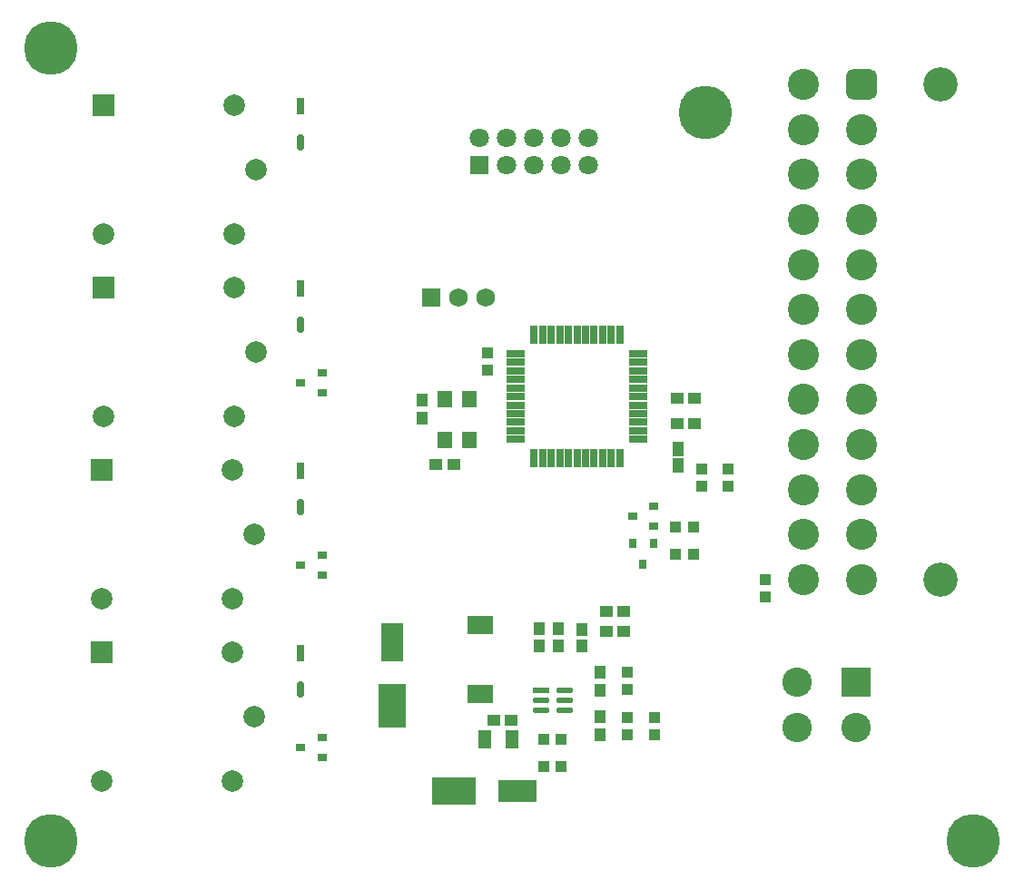
<source format=gbr>
%TF.GenerationSoftware,Altium Limited,Altium Designer,25.3.3 (18)*%
G04 Layer_Color=8388736*
%FSLAX45Y45*%
%MOMM*%
%TF.SameCoordinates,ACD2DE35-000D-4175-8758-006393140AE5*%
%TF.FilePolarity,Negative*%
%TF.FileFunction,Soldermask,Top*%
%TF.Part,Single*%
G01*
G75*
%TA.AperFunction,SMDPad,CuDef*%
%ADD12R,1.15443X1.70620*%
%ADD15R,1.01213X1.15814*%
%ADD16R,1.05822X1.30606*%
%ADD17R,1.15814X1.01213*%
G04:AMPARAMS|DCode=18|XSize=1.55439mm|YSize=0.57213mm|CornerRadius=0.28606mm|HoleSize=0mm|Usage=FLASHONLY|Rotation=0.000|XOffset=0mm|YOffset=0mm|HoleType=Round|Shape=RoundedRectangle|*
%AMROUNDEDRECTD18*
21,1,1.55439,0.00000,0,0,0.0*
21,1,0.98226,0.57213,0,0,0.0*
1,1,0.57213,0.49113,0.00000*
1,1,0.57213,-0.49113,0.00000*
1,1,0.57213,-0.49113,0.00000*
1,1,0.57213,0.49113,0.00000*
%
%ADD18ROUNDEDRECTD18*%
%ADD19R,1.55439X0.57213*%
%ADD22R,0.90000X0.80000*%
%ADD23R,1.06213X1.13504*%
%ADD24R,1.13504X1.06213*%
%ADD25R,0.80000X0.90000*%
G04:AMPARAMS|DCode=26|XSize=1.55748mm|YSize=0.74248mm|CornerRadius=0.37124mm|HoleSize=0mm|Usage=FLASHONLY|Rotation=270.000|XOffset=0mm|YOffset=0mm|HoleType=Round|Shape=RoundedRectangle|*
%AMROUNDEDRECTD26*
21,1,1.55748,0.00000,0,0,270.0*
21,1,0.81501,0.74248,0,0,270.0*
1,1,0.74247,0.00000,-0.40750*
1,1,0.74247,0.00000,0.40750*
1,1,0.74247,0.00000,0.40750*
1,1,0.74247,0.00000,-0.40750*
%
%ADD26ROUNDEDRECTD26*%
%ADD27R,0.74248X1.55748*%
%ADD28R,1.40000X1.60000*%
%ADD29R,1.10620X1.35523*%
%TA.AperFunction,ComponentPad*%
%ADD39C,2.00000*%
%ADD40R,2.00000X2.00000*%
%ADD46R,2.75000X2.75000*%
%ADD47C,2.75000*%
%TA.AperFunction,ViaPad*%
%ADD51C,5.00000*%
%TA.AperFunction,SMDPad,CuDef*%
%ADD61R,4.10320X2.60320*%
%ADD62R,3.55320X2.05320*%
%ADD63R,2.05320X3.55320*%
%ADD64R,2.60320X4.10320*%
%ADD65R,0.71120X1.67640*%
%ADD66R,1.67640X0.71120*%
%ADD67R,2.40320X1.80320*%
%TA.AperFunction,ComponentPad*%
%ADD68C,1.80320*%
%ADD69R,1.80320X1.80320*%
%ADD70C,2.90320*%
G04:AMPARAMS|DCode=71|XSize=2.9032mm|YSize=2.9032mm|CornerRadius=0.7766mm|HoleSize=0mm|Usage=FLASHONLY|Rotation=90.000|XOffset=0mm|YOffset=0mm|HoleType=Round|Shape=RoundedRectangle|*
%AMROUNDEDRECTD71*
21,1,2.90320,1.35000,0,0,90.0*
21,1,1.35000,2.90320,0,0,90.0*
1,1,1.55320,0.67500,0.67500*
1,1,1.55320,0.67500,-0.67500*
1,1,1.55320,-0.67500,-0.67500*
1,1,1.55320,-0.67500,0.67500*
%
%ADD71ROUNDEDRECTD71*%
%ADD72C,3.20320*%
%ADD73R,1.75320X1.75320*%
%ADD74C,1.75320*%
D12*
X12842410Y4600000D02*
D03*
X13097588D02*
D03*
D15*
X13530000Y5632697D02*
D03*
Y5467303D02*
D03*
X13350000Y5632697D02*
D03*
Y5467303D02*
D03*
X13919200Y5060803D02*
D03*
Y5226197D02*
D03*
X12255500Y7766197D02*
D03*
Y7600803D02*
D03*
X13919200Y4641703D02*
D03*
Y4807097D02*
D03*
D16*
X13750000Y5472392D02*
D03*
Y5627608D02*
D03*
D17*
X13977718Y5792212D02*
D03*
X14143115D02*
D03*
X14142699Y5610000D02*
D03*
X13977301D02*
D03*
X14801997Y7543800D02*
D03*
X14636603D02*
D03*
X14801997Y7785100D02*
D03*
X14636603D02*
D03*
X12554097Y7162800D02*
D03*
X12388703D02*
D03*
X13092697Y4780000D02*
D03*
X12927303D02*
D03*
D18*
X13584727Y5060701D02*
D03*
Y4965700D02*
D03*
Y4870699D02*
D03*
X13364671D02*
D03*
Y4965700D02*
D03*
D19*
Y5060701D02*
D03*
D22*
X11326800Y7829799D02*
D03*
Y8019801D02*
D03*
X11126800Y7924800D02*
D03*
Y4521200D02*
D03*
X11326800Y4616201D02*
D03*
Y4426199D02*
D03*
X11126800Y6223000D02*
D03*
X11326800Y6318001D02*
D03*
Y6127999D02*
D03*
X14420000Y6584999D02*
D03*
Y6775001D02*
D03*
X14220000Y6680000D02*
D03*
D23*
X15110001Y6958461D02*
D03*
Y7121539D02*
D03*
X14870000Y6960000D02*
D03*
Y7123079D02*
D03*
X15460001Y5928461D02*
D03*
Y6091539D02*
D03*
X14173199Y4805939D02*
D03*
Y4642861D02*
D03*
Y5061961D02*
D03*
Y5225039D02*
D03*
X12865100Y8209539D02*
D03*
Y8046461D02*
D03*
X14427200Y4805939D02*
D03*
Y4642861D02*
D03*
D24*
X14625061Y6324600D02*
D03*
X14788139D02*
D03*
X14625061Y6578600D02*
D03*
X14788139D02*
D03*
X13393161Y4597400D02*
D03*
X13556239D02*
D03*
Y4343400D02*
D03*
X13393161D02*
D03*
D25*
X14320000Y6230000D02*
D03*
X14225000Y6430000D02*
D03*
X14414999D02*
D03*
D26*
X11125200Y5062362D02*
D03*
Y6764162D02*
D03*
Y8465962D02*
D03*
Y10167762D02*
D03*
D27*
Y5402438D02*
D03*
Y7104238D02*
D03*
Y8806038D02*
D03*
Y10507838D02*
D03*
D28*
X12470699Y7391898D02*
D03*
Y7771902D02*
D03*
X12700701D02*
D03*
Y7391898D02*
D03*
D29*
X14643100Y7311146D02*
D03*
Y7156054D02*
D03*
D39*
X10693298Y6515100D02*
D03*
X10493299Y7115099D02*
D03*
Y5915101D02*
D03*
X9273301D02*
D03*
X10505999Y10518699D02*
D03*
Y9318701D02*
D03*
X9286001D02*
D03*
X10705998Y9918700D02*
D03*
X9273301Y4213301D02*
D03*
X10493299D02*
D03*
Y5413299D02*
D03*
X10693298Y4813300D02*
D03*
X9286001Y7616901D02*
D03*
X10505999D02*
D03*
Y8816899D02*
D03*
X10705998Y8216900D02*
D03*
D40*
X9273301Y7115099D02*
D03*
X9286001Y10518699D02*
D03*
X9273301Y5413299D02*
D03*
X9286001Y8816899D02*
D03*
D46*
X16306799Y5131699D02*
D03*
D47*
X15756799D02*
D03*
X16306799Y4711700D02*
D03*
X15756799D02*
D03*
D51*
X17400000Y3650000D02*
D03*
X8800000D02*
D03*
Y11050000D02*
D03*
X14900000Y10450000D02*
D03*
D61*
X12555000Y4120000D02*
D03*
D62*
X13145000D02*
D03*
D63*
X11980000Y5505000D02*
D03*
D64*
Y4915000D02*
D03*
D65*
X13863319Y8371840D02*
D03*
X13942059D02*
D03*
X13304520D02*
D03*
X13383260D02*
D03*
X13464540D02*
D03*
X13543280D02*
D03*
X13624561D02*
D03*
X13703300D02*
D03*
X13782040D02*
D03*
X14023340D02*
D03*
X14102080D02*
D03*
Y7223760D02*
D03*
X14023340D02*
D03*
X13942059D02*
D03*
X13863319D02*
D03*
X13782040D02*
D03*
X13703300D02*
D03*
X13624561D02*
D03*
X13543280D02*
D03*
X13464540D02*
D03*
X13383260D02*
D03*
X13304520D02*
D03*
D66*
X13129260Y7399020D02*
D03*
X14277341Y8196580D02*
D03*
Y8117840D02*
D03*
Y8036560D02*
D03*
Y7957820D02*
D03*
Y7876540D02*
D03*
Y7797800D02*
D03*
Y7719060D02*
D03*
Y7637780D02*
D03*
Y7559040D02*
D03*
Y7477760D02*
D03*
Y7399020D02*
D03*
X13129260Y7477760D02*
D03*
Y7559040D02*
D03*
Y7637780D02*
D03*
Y7719060D02*
D03*
Y7797800D02*
D03*
Y7876540D02*
D03*
Y7957820D02*
D03*
Y8036560D02*
D03*
Y8117840D02*
D03*
Y8196580D02*
D03*
D67*
X12801601Y5666699D02*
D03*
Y5026701D02*
D03*
D68*
X13808000Y9960000D02*
D03*
X13553999D02*
D03*
X13300000D02*
D03*
X13046001D02*
D03*
X13808000Y10214000D02*
D03*
X13553999D02*
D03*
X13300000D02*
D03*
X13046001D02*
D03*
X12792000D02*
D03*
D69*
Y9960000D02*
D03*
D70*
X16361501Y6091499D02*
D03*
X15811501D02*
D03*
Y6511498D02*
D03*
Y6931503D02*
D03*
Y7351502D02*
D03*
Y7771501D02*
D03*
Y8191500D02*
D03*
Y8611499D02*
D03*
Y9031498D02*
D03*
Y9451503D02*
D03*
Y9871502D02*
D03*
Y10291501D02*
D03*
Y10711500D02*
D03*
X16361501Y6511498D02*
D03*
Y7351502D02*
D03*
Y9031498D02*
D03*
Y10291501D02*
D03*
Y9871502D02*
D03*
Y9451503D02*
D03*
Y8611499D02*
D03*
Y8191500D02*
D03*
Y7771501D02*
D03*
Y6931503D02*
D03*
D71*
Y10711500D02*
D03*
D72*
X17091502D02*
D03*
Y6091499D02*
D03*
D73*
X12344400Y8724900D02*
D03*
D74*
X12598400D02*
D03*
X12852400D02*
D03*
%TF.MD5,c805412e8947dfa9a3fba617ad70b912*%
M02*

</source>
